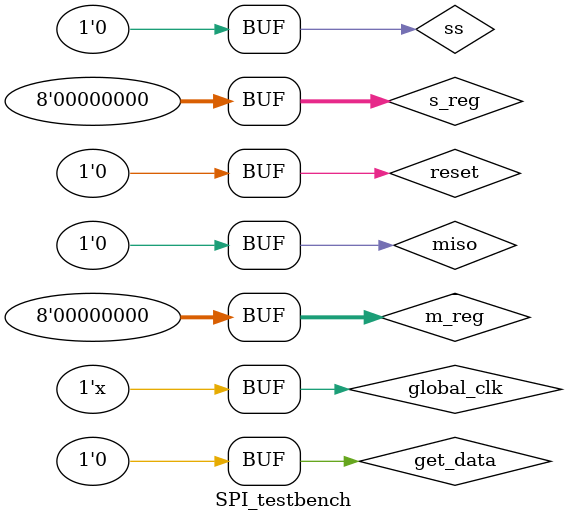
<source format=v>

module SPI_testbench;

	// Inputs
	reg miso;
	reg ss;
	reg [0:7] m_reg;
	reg [0:7] s_reg;
	reg get_data;
	reg global_clk;
	reg reset;

	// Outputs
	wire mosi;

	// Instantiate the Unit Under Test (UUT)
	SPI_main uut (
		.mosi(mosi), 
		.miso(miso), 
		.ss(ss), 
		.m_reg(m_reg), 
		.s_reg(s_reg), 
		.get_data(get_data), 
		.global_clk(global_clk), 
		.reset(reset)
	);

	always #0.1 global_clk = ~global_clk;
	
	initial begin
		// Initialize Inputs
		miso = 0;
		ss = 0;
		m_reg = 0;
		s_reg = 0;
		get_data = 0;
		global_clk = 0;
		reset = 1;

		// Wait 100 ns for global reset to finish
		#100;
		
		reset = 0;
		
		#1000000;
        
		// Add stimulus here

	end
      
endmodule


</source>
